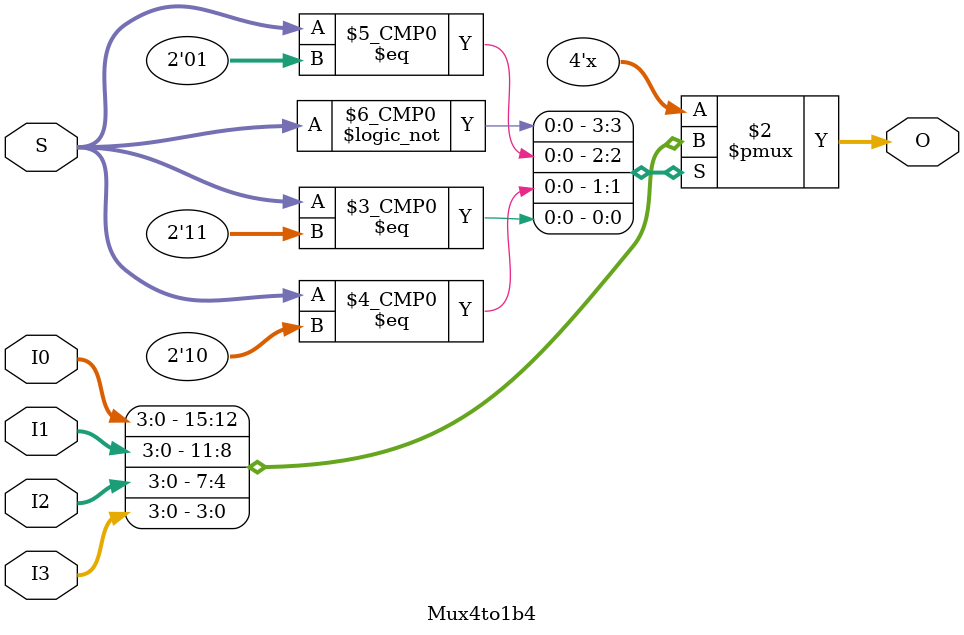
<source format=v>
`ifndef _Mux4to1b4
`define _Mux4to1b4

module Mux4to1b4(
    input wire [1:0] S,
    input wire [3:0] I0,
    input wire [3:0] I1,
    input wire [3:0] I2,
    input wire [3:0] I3,
    output reg [3:0] O
);

    always @ * begin
        case (S)
            2'b00:
                O = I0;
            2'b01:
                O = I1;
            2'b10:
                O = I2;
            2'b11:
                O = I3;
            default: begin
                // exception
            end
        endcase
    end

endmodule

`endif

</source>
